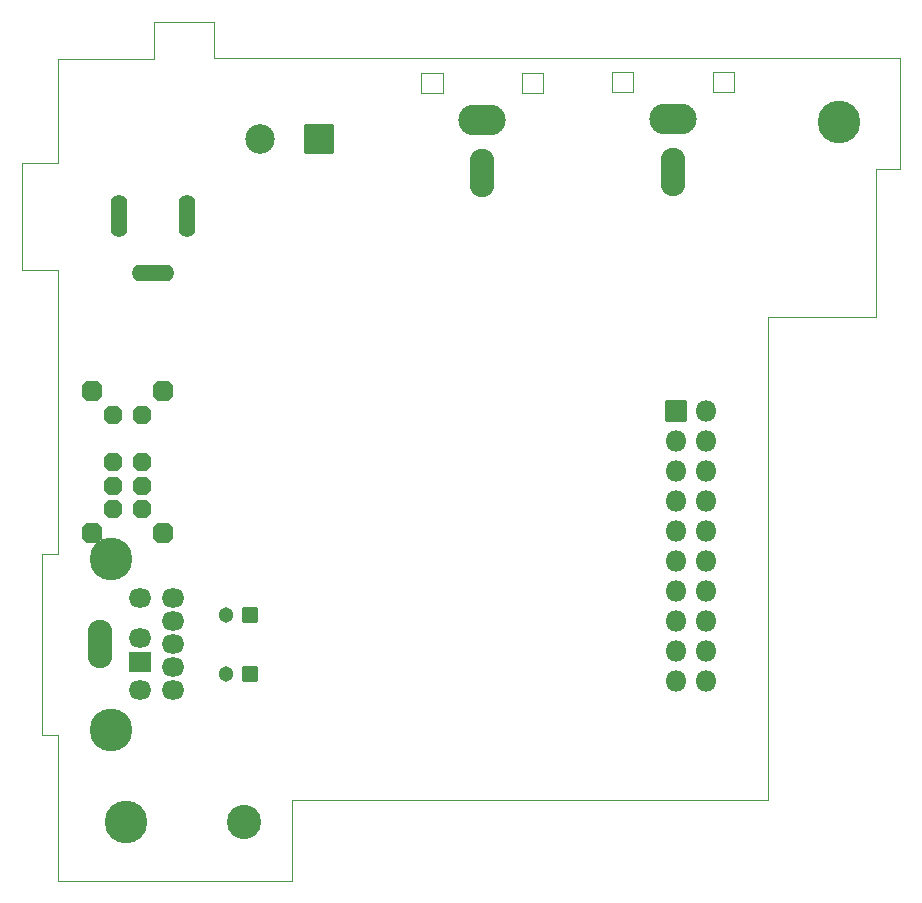
<source format=gbs>
%TF.GenerationSoftware,KiCad,Pcbnew,7.0.1-3b83917a11~172~ubuntu22.04.1*%
%TF.CreationDate,2024-01-22T22:13:40+01:00*%
%TF.ProjectId,NES_POWER_FINESSE,4e45535f-504f-4574-9552-5f46494e4553,rev?*%
%TF.SameCoordinates,Original*%
%TF.FileFunction,Soldermask,Bot*%
%TF.FilePolarity,Negative*%
%FSLAX46Y46*%
G04 Gerber Fmt 4.6, Leading zero omitted, Abs format (unit mm)*
G04 Created by KiCad (PCBNEW 7.0.1-3b83917a11~172~ubuntu22.04.1) date 2024-01-22 22:13:40*
%MOMM*%
%LPD*%
G01*
G04 APERTURE LIST*
G04 Aperture macros list*
%AMRoundRect*
0 Rectangle with rounded corners*
0 $1 Rounding radius*
0 $2 $3 $4 $5 $6 $7 $8 $9 X,Y pos of 4 corners*
0 Add a 4 corners polygon primitive as box body*
4,1,4,$2,$3,$4,$5,$6,$7,$8,$9,$2,$3,0*
0 Add four circle primitives for the rounded corners*
1,1,$1+$1,$2,$3*
1,1,$1+$1,$4,$5*
1,1,$1+$1,$6,$7*
1,1,$1+$1,$8,$9*
0 Add four rect primitives between the rounded corners*
20,1,$1+$1,$2,$3,$4,$5,0*
20,1,$1+$1,$4,$5,$6,$7,0*
20,1,$1+$1,$6,$7,$8,$9,0*
20,1,$1+$1,$8,$9,$2,$3,0*%
%AMFreePoly0*
4,1,17,0.385921,0.735921,0.735921,0.385921,0.750800,0.350000,0.750800,-0.350000,0.735921,-0.385921,0.385921,-0.735921,0.350000,-0.750800,-0.350000,-0.750800,-0.385921,-0.735921,-0.735921,-0.385921,-0.750800,-0.350000,-0.750800,0.350000,-0.735921,0.385921,-0.385921,0.735921,-0.350000,0.750800,0.350000,0.750800,0.385921,0.735921,0.385921,0.735921,$1*%
%AMFreePoly1*
4,1,17,0.435921,0.835921,0.835921,0.435921,0.850800,0.400000,0.850800,-0.400000,0.835921,-0.435921,0.435921,-0.835921,0.400000,-0.850800,-0.400000,-0.850800,-0.435921,-0.835921,-0.835921,-0.435921,-0.850800,-0.400000,-0.850800,0.400000,-0.835921,0.435921,-0.435921,0.835921,-0.400000,0.850800,0.400000,0.850800,0.435921,0.835921,0.435921,0.835921,$1*%
G04 Aperture macros list end*
%TA.AperFunction,Profile*%
%ADD10C,0.010000*%
%TD*%
%ADD11O,1.409600X3.609599*%
%ADD12O,3.609599X1.409600*%
%ADD13C,3.601600*%
%ADD14RoundRect,0.050800X-0.900000X0.754000X-0.900000X-0.754000X0.900000X-0.754000X0.900000X0.754000X0*%
%ADD15O,1.901600X1.609600*%
%ADD16C,3.617600*%
%ADD17O,2.101600X4.101600*%
%ADD18RoundRect,0.050800X0.600000X0.600000X-0.600000X0.600000X-0.600000X-0.600000X0.600000X-0.600000X0*%
%ADD19C,1.301600*%
%ADD20FreePoly0,270.000000*%
%ADD21FreePoly1,270.000000*%
%ADD22FreePoly1,90.000000*%
%ADD23O,4.001600X2.601600*%
%ADD24C,2.901600*%
%ADD25RoundRect,0.050800X-0.850000X-0.850000X0.850000X-0.850000X0.850000X0.850000X-0.850000X0.850000X0*%
%ADD26O,1.801600X1.801600*%
%ADD27RoundRect,0.050800X1.200000X1.200000X-1.200000X1.200000X-1.200000X-1.200000X1.200000X-1.200000X0*%
%ADD28C,2.501600*%
%TA.AperFunction,Profile*%
%ADD29C,0.050000*%
%TD*%
G04 APERTURE END LIST*
D10*
%TO.C,J3*%
X149286000Y-60648000D02*
X151086000Y-60648000D01*
X151086000Y-60648000D02*
X151086000Y-58948000D01*
X157786000Y-60648000D02*
X159586000Y-60648000D01*
X159586000Y-60648000D02*
X159586000Y-58948000D01*
X149286000Y-58948000D02*
X149286000Y-60648000D01*
X151086000Y-58948000D02*
X149286000Y-58948000D01*
X157786000Y-58948000D02*
X157786000Y-60648000D01*
X159586000Y-58948000D02*
X157786000Y-58948000D01*
%TO.C,J5*%
X165432000Y-60554000D02*
X167232000Y-60554000D01*
X167232000Y-60554000D02*
X167232000Y-58854000D01*
X173932000Y-60554000D02*
X175732000Y-60554000D01*
X175732000Y-60554000D02*
X175732000Y-58854000D01*
X165432000Y-58854000D02*
X165432000Y-60554000D01*
X167232000Y-58854000D02*
X165432000Y-58854000D01*
X173932000Y-58854000D02*
X173932000Y-60554000D01*
X175732000Y-58854000D02*
X173932000Y-58854000D01*
%TD*%
D11*
%TO.C,J2*%
X129460999Y-71035900D03*
X123661000Y-71035900D03*
D12*
X126560999Y-75835901D03*
%TD*%
D13*
%TO.C,*%
X184630000Y-63090000D03*
%TD*%
D14*
%TO.C,J9*%
X125440000Y-108810000D03*
D15*
X125440000Y-106810000D03*
X125440000Y-111210000D03*
X128240000Y-109260000D03*
X128240000Y-107310000D03*
X125440000Y-103410000D03*
X128240000Y-111210000D03*
X128240000Y-105360000D03*
X128240000Y-103410000D03*
D16*
X122990000Y-114535000D03*
X122990000Y-100085000D03*
D17*
X122090000Y-107310000D03*
%TD*%
D18*
%TO.C,C12*%
X134737600Y-109840000D03*
D19*
X132737600Y-109840000D03*
%TD*%
D20*
%TO.C,SW1*%
X123140000Y-87890000D03*
X123140000Y-91890000D03*
X123140000Y-93890000D03*
X123140000Y-95890000D03*
X125640000Y-87890000D03*
X125640000Y-91890000D03*
X125640000Y-93890000D03*
X125640000Y-95890000D03*
D21*
X127390000Y-85890000D03*
X121390000Y-85890000D03*
D22*
X127390000Y-97890000D03*
X121390000Y-97890000D03*
%TD*%
D23*
%TO.C,J3*%
X154436000Y-62948000D03*
D17*
X154436000Y-67448000D03*
%TD*%
D24*
%TO.C,*%
X134300000Y-122360000D03*
%TD*%
D23*
%TO.C,J5*%
X170582000Y-62854000D03*
D17*
X170582000Y-67354000D03*
%TD*%
D18*
%TO.C,C13*%
X134740000Y-104840000D03*
D19*
X132740000Y-104840000D03*
%TD*%
D13*
%TO.C,*%
X124300000Y-122360000D03*
%TD*%
D25*
%TO.C,J1*%
X170850000Y-87530000D03*
D26*
X173390000Y-87530000D03*
X170850000Y-90070000D03*
X173390000Y-90070000D03*
X170850000Y-92610000D03*
X173390000Y-92610000D03*
X170850000Y-95150000D03*
X173390000Y-95150000D03*
X170850000Y-97690000D03*
X173390000Y-97690000D03*
X170850000Y-100230000D03*
X173390000Y-100230000D03*
X170850000Y-102770000D03*
X173390000Y-102770000D03*
X170850000Y-105310000D03*
X173390000Y-105310000D03*
X170850000Y-107850000D03*
X173390000Y-107850000D03*
X170850000Y-110390000D03*
X173390000Y-110390000D03*
%TD*%
D27*
%TO.C,C1*%
X140615000Y-64540000D03*
D28*
X135615000Y-64540000D03*
%TD*%
G36*
X122173823Y-98378620D02*
G01*
X122216952Y-98445731D01*
X122284497Y-98420538D01*
X122286422Y-98420832D01*
X122287185Y-98422622D01*
X122286064Y-98424214D01*
X122086600Y-98520271D01*
X121922398Y-98632222D01*
X121920517Y-98632422D01*
X121919311Y-98630966D01*
X121919857Y-98629156D01*
X122170726Y-98378287D01*
X122172354Y-98377712D01*
X122173823Y-98378620D01*
G37*
D29*
X118490000Y-127370000D02*
X118490000Y-114990000D01*
X187790000Y-79590000D02*
X178640000Y-79590000D01*
X178640000Y-120470000D02*
X173590000Y-120470000D01*
X173590000Y-120470000D02*
X163640000Y-120470000D01*
X117190000Y-114990000D02*
X118490000Y-114990000D01*
X126640000Y-54590000D02*
X131690000Y-54590000D01*
X118490000Y-66590000D02*
X118490000Y-57790000D01*
X163640000Y-120470000D02*
X138290000Y-120470000D01*
X189840000Y-57690000D02*
X189840000Y-67090000D01*
X118490000Y-57790000D02*
X126640000Y-57790000D01*
X131690000Y-57690000D02*
X189840000Y-57690000D01*
X117190000Y-114990000D02*
X117190000Y-99690000D01*
X189840000Y-67090000D02*
X187790000Y-67090000D01*
X138290000Y-120470000D02*
X138290000Y-127370000D01*
X117190000Y-99690000D02*
X118490000Y-99690000D01*
X187790000Y-67090000D02*
X187790000Y-79590000D01*
X118490000Y-75590000D02*
X115490000Y-75590000D01*
X115490000Y-66590000D02*
X118490000Y-66590000D01*
X115490000Y-75590000D02*
X115490000Y-66590000D01*
X118490000Y-99690000D02*
X118490000Y-75590000D01*
X126640000Y-57790000D02*
X126640000Y-54590000D01*
X138290000Y-127370000D02*
X118490000Y-127370000D01*
X131690000Y-54590000D02*
X131690000Y-57690000D01*
X178640000Y-79590000D02*
X178640000Y-120470000D01*
D10*
%TO.C,J3*%
X149286000Y-60648000D02*
X151086000Y-60648000D01*
X151086000Y-60648000D02*
X151086000Y-58948000D01*
X157786000Y-60648000D02*
X159586000Y-60648000D01*
X159586000Y-60648000D02*
X159586000Y-58948000D01*
X149286000Y-58948000D02*
X149286000Y-60648000D01*
X151086000Y-58948000D02*
X149286000Y-58948000D01*
X157786000Y-58948000D02*
X157786000Y-60648000D01*
X159586000Y-58948000D02*
X157786000Y-58948000D01*
%TO.C,J5*%
X165432000Y-60554000D02*
X167232000Y-60554000D01*
X167232000Y-60554000D02*
X167232000Y-58854000D01*
X173932000Y-60554000D02*
X175732000Y-60554000D01*
X175732000Y-60554000D02*
X175732000Y-58854000D01*
X165432000Y-58854000D02*
X165432000Y-60554000D01*
X167232000Y-58854000D02*
X165432000Y-58854000D01*
X173932000Y-58854000D02*
X173932000Y-60554000D01*
X175732000Y-58854000D02*
X173932000Y-58854000D01*
%TD*%
M02*

</source>
